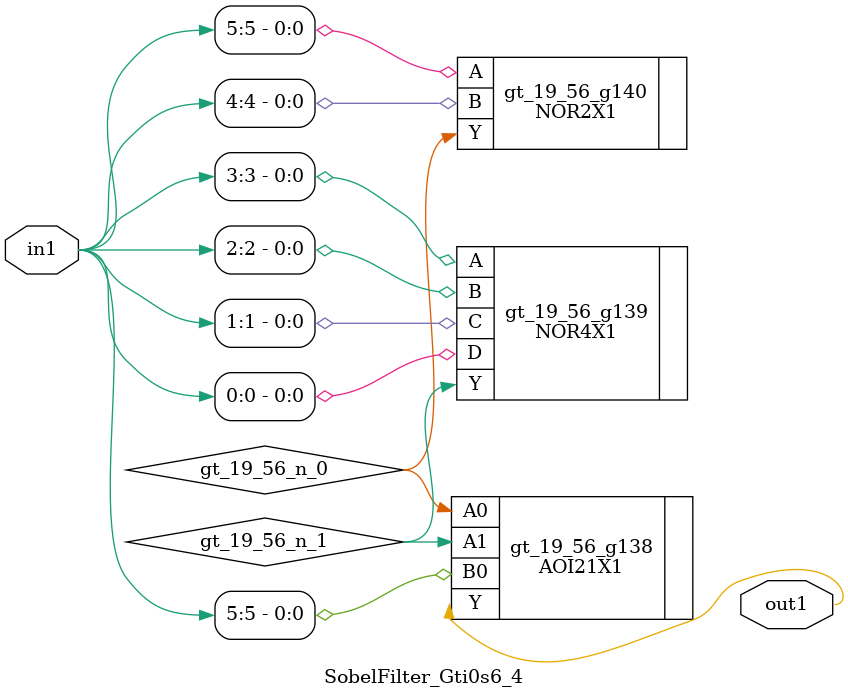
<source format=v>
`timescale 1ps / 1ps


module SobelFilter_Gti0s6_4(in1, out1);
  input [5:0] in1;
  output out1;
  wire [5:0] in1;
  wire out1;
  wire gt_19_56_n_0, gt_19_56_n_1;
  AOI21X1 gt_19_56_g138(.A0 (gt_19_56_n_0), .A1 (gt_19_56_n_1), .B0
       (in1[5]), .Y (out1));
  NOR4X1 gt_19_56_g139(.A (in1[3]), .B (in1[2]), .C (in1[1]), .D
       (in1[0]), .Y (gt_19_56_n_1));
  NOR2X1 gt_19_56_g140(.A (in1[5]), .B (in1[4]), .Y (gt_19_56_n_0));
endmodule



</source>
